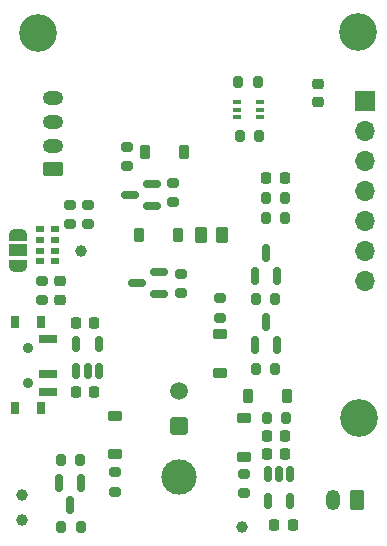
<source format=gbr>
%TF.GenerationSoftware,KiCad,Pcbnew,7.0.10-7.0.10~ubuntu22.04.1*%
%TF.CreationDate,2024-01-30T00:04:26+01:00*%
%TF.ProjectId,MailBox_LP_Notifier,4d61696c-426f-4785-9f4c-505f4e6f7469,rev?*%
%TF.SameCoordinates,Original*%
%TF.FileFunction,Soldermask,Top*%
%TF.FilePolarity,Negative*%
%FSLAX46Y46*%
G04 Gerber Fmt 4.6, Leading zero omitted, Abs format (unit mm)*
G04 Created by KiCad (PCBNEW 7.0.10-7.0.10~ubuntu22.04.1) date 2024-01-30 00:04:26*
%MOMM*%
%LPD*%
G01*
G04 APERTURE LIST*
G04 Aperture macros list*
%AMRoundRect*
0 Rectangle with rounded corners*
0 $1 Rounding radius*
0 $2 $3 $4 $5 $6 $7 $8 $9 X,Y pos of 4 corners*
0 Add a 4 corners polygon primitive as box body*
4,1,4,$2,$3,$4,$5,$6,$7,$8,$9,$2,$3,0*
0 Add four circle primitives for the rounded corners*
1,1,$1+$1,$2,$3*
1,1,$1+$1,$4,$5*
1,1,$1+$1,$6,$7*
1,1,$1+$1,$8,$9*
0 Add four rect primitives between the rounded corners*
20,1,$1+$1,$2,$3,$4,$5,0*
20,1,$1+$1,$4,$5,$6,$7,0*
20,1,$1+$1,$6,$7,$8,$9,0*
20,1,$1+$1,$8,$9,$2,$3,0*%
%AMFreePoly0*
4,1,19,0.550000,-0.750000,0.000000,-0.750000,0.000000,-0.744911,-0.071157,-0.744911,-0.207708,-0.704816,-0.327430,-0.627875,-0.420627,-0.520320,-0.479746,-0.390866,-0.500000,-0.250000,-0.500000,0.250000,-0.479746,0.390866,-0.420627,0.520320,-0.327430,0.627875,-0.207708,0.704816,-0.071157,0.744911,0.000000,0.744911,0.000000,0.750000,0.550000,0.750000,0.550000,-0.750000,0.550000,-0.750000,
$1*%
%AMFreePoly1*
4,1,19,0.000000,0.744911,0.071157,0.744911,0.207708,0.704816,0.327430,0.627875,0.420627,0.520320,0.479746,0.390866,0.500000,0.250000,0.500000,-0.250000,0.479746,-0.390866,0.420627,-0.520320,0.327430,-0.627875,0.207708,-0.704816,0.071157,-0.744911,0.000000,-0.744911,0.000000,-0.750000,-0.550000,-0.750000,-0.550000,0.750000,0.000000,0.750000,0.000000,0.744911,0.000000,0.744911,
$1*%
G04 Aperture macros list end*
%ADD10RoundRect,0.225000X0.375000X-0.225000X0.375000X0.225000X-0.375000X0.225000X-0.375000X-0.225000X0*%
%ADD11RoundRect,0.225000X0.225000X0.375000X-0.225000X0.375000X-0.225000X-0.375000X0.225000X-0.375000X0*%
%ADD12RoundRect,0.225000X-0.225000X-0.375000X0.225000X-0.375000X0.225000X0.375000X-0.225000X0.375000X0*%
%ADD13RoundRect,0.200000X-0.200000X-0.275000X0.200000X-0.275000X0.200000X0.275000X-0.200000X0.275000X0*%
%ADD14RoundRect,0.200000X-0.275000X0.200000X-0.275000X-0.200000X0.275000X-0.200000X0.275000X0.200000X0*%
%ADD15C,1.000000*%
%ADD16R,0.650000X0.400000*%
%ADD17RoundRect,0.225000X0.225000X0.250000X-0.225000X0.250000X-0.225000X-0.250000X0.225000X-0.250000X0*%
%ADD18RoundRect,0.225000X-0.250000X0.225000X-0.250000X-0.225000X0.250000X-0.225000X0.250000X0.225000X0*%
%ADD19RoundRect,0.150000X-0.150000X0.587500X-0.150000X-0.587500X0.150000X-0.587500X0.150000X0.587500X0*%
%ADD20RoundRect,0.200000X0.275000X-0.200000X0.275000X0.200000X-0.275000X0.200000X-0.275000X-0.200000X0*%
%ADD21RoundRect,0.200000X0.200000X0.275000X-0.200000X0.275000X-0.200000X-0.275000X0.200000X-0.275000X0*%
%ADD22RoundRect,0.150000X0.150000X-0.512500X0.150000X0.512500X-0.150000X0.512500X-0.150000X-0.512500X0*%
%ADD23RoundRect,0.250000X-0.262500X-0.450000X0.262500X-0.450000X0.262500X0.450000X-0.262500X0.450000X0*%
%ADD24R,0.800000X1.000000*%
%ADD25C,0.900000*%
%ADD26R,1.500000X0.700000*%
%ADD27FreePoly0,270.000000*%
%ADD28R,1.500000X1.000000*%
%ADD29FreePoly1,270.000000*%
%ADD30RoundRect,0.150000X0.150000X-0.587500X0.150000X0.587500X-0.150000X0.587500X-0.150000X-0.587500X0*%
%ADD31C,3.200000*%
%ADD32C,3.000000*%
%ADD33RoundRect,0.250001X0.499999X0.499999X-0.499999X0.499999X-0.499999X-0.499999X0.499999X-0.499999X0*%
%ADD34C,1.500000*%
%ADD35RoundRect,0.225000X-0.225000X-0.250000X0.225000X-0.250000X0.225000X0.250000X-0.225000X0.250000X0*%
%ADD36R,1.700000X1.700000*%
%ADD37O,1.700000X1.700000*%
%ADD38RoundRect,0.150000X-0.150000X0.512500X-0.150000X-0.512500X0.150000X-0.512500X0.150000X0.512500X0*%
%ADD39RoundRect,0.150000X0.587500X0.150000X-0.587500X0.150000X-0.587500X-0.150000X0.587500X-0.150000X0*%
%ADD40RoundRect,0.225000X0.250000X-0.225000X0.250000X0.225000X-0.250000X0.225000X-0.250000X-0.225000X0*%
%ADD41RoundRect,0.250000X0.625000X-0.350000X0.625000X0.350000X-0.625000X0.350000X-0.625000X-0.350000X0*%
%ADD42O,1.750000X1.200000*%
%ADD43RoundRect,0.250000X0.350000X0.625000X-0.350000X0.625000X-0.350000X-0.625000X0.350000X-0.625000X0*%
%ADD44O,1.200000X1.750000*%
%ADD45R,0.800000X0.500000*%
G04 APERTURE END LIST*
D10*
%TO.C,D2*%
X138226800Y-94512400D03*
X138226800Y-91212400D03*
%TD*%
D11*
%TO.C,D4*%
X133120400Y-68707000D03*
X129820400Y-68707000D03*
%TD*%
D12*
%TO.C,D6*%
X138558000Y-89306400D03*
X141858000Y-89306400D03*
%TD*%
D10*
%TO.C,D5*%
X136220200Y-87425800D03*
X136220200Y-84125800D03*
%TD*%
D11*
%TO.C,D7*%
X132663200Y-75717400D03*
X129363200Y-75717400D03*
%TD*%
D10*
%TO.C,D1*%
X127304800Y-94284800D03*
X127304800Y-90984800D03*
%TD*%
D13*
%TO.C,R17*%
X137757400Y-62788800D03*
X139407400Y-62788800D03*
%TD*%
D14*
%TO.C,R9*%
X128320800Y-68212200D03*
X128320800Y-69862200D03*
%TD*%
D15*
%TO.C,TP3*%
X138099800Y-100431600D03*
%TD*%
D16*
%TO.C,Q4*%
X137673800Y-64446600D03*
X137673800Y-65096600D03*
X137673800Y-65746600D03*
X139573800Y-65746600D03*
X139573800Y-65096600D03*
X139573800Y-64446600D03*
%TD*%
D17*
%TO.C,C1*%
X141719600Y-92760800D03*
X140169600Y-92760800D03*
%TD*%
D18*
%TO.C,C8*%
X122682000Y-79616000D03*
X122682000Y-81166000D03*
%TD*%
D13*
%TO.C,R19*%
X140068800Y-72593200D03*
X141718800Y-72593200D03*
%TD*%
D15*
%TO.C,TP2*%
X119456200Y-97739200D03*
%TD*%
D19*
%TO.C,Q1*%
X124444800Y-96725500D03*
X122544800Y-96725500D03*
X123494800Y-98600500D03*
%TD*%
D13*
%TO.C,R5*%
X140145000Y-91236800D03*
X141795000Y-91236800D03*
%TD*%
D20*
%TO.C,R20*%
X123494800Y-74789800D03*
X123494800Y-73139800D03*
%TD*%
D15*
%TO.C,TP1*%
X124409200Y-77089000D03*
%TD*%
D20*
%TO.C,R11*%
X132207000Y-72935600D03*
X132207000Y-71285600D03*
%TD*%
D21*
%TO.C,R16*%
X139509000Y-67360800D03*
X137859000Y-67360800D03*
%TD*%
D22*
%TO.C,U2*%
X124031000Y-87243500D03*
X124981000Y-87243500D03*
X125931000Y-87243500D03*
X125931000Y-84968500D03*
X124031000Y-84968500D03*
%TD*%
D23*
%TO.C,R13*%
X134571100Y-75717400D03*
X136396100Y-75717400D03*
%TD*%
D20*
%TO.C,R21*%
X125044200Y-74789800D03*
X125044200Y-73139800D03*
%TD*%
D24*
%TO.C,SW2*%
X121016000Y-83091000D03*
X118806000Y-83091000D03*
D25*
X119906000Y-85241000D03*
X119906000Y-88241000D03*
D24*
X121016000Y-90391000D03*
X118806000Y-90391000D03*
D26*
X121666000Y-84491000D03*
X121666000Y-87491000D03*
X121666000Y-88991000D03*
%TD*%
D27*
%TO.C,JP1*%
X119100600Y-75712800D03*
D28*
X119100600Y-77012800D03*
D29*
X119100600Y-78312800D03*
%TD*%
D20*
%TO.C,R4*%
X138252200Y-97573600D03*
X138252200Y-95923600D03*
%TD*%
D17*
%TO.C,C4*%
X125527400Y-83185000D03*
X123977400Y-83185000D03*
%TD*%
D30*
%TO.C,Q5*%
X139156400Y-84981500D03*
X141056400Y-84981500D03*
X140106400Y-83106500D03*
%TD*%
D31*
%TO.C,H3*%
X147955000Y-91186000D03*
%TD*%
D21*
%TO.C,R18*%
X141718800Y-74295000D03*
X140068800Y-74295000D03*
%TD*%
D32*
%TO.C,SW1*%
X132765800Y-96191800D03*
D33*
X132765800Y-91871800D03*
D34*
X132765800Y-88871800D03*
%TD*%
D17*
%TO.C,C7*%
X141668800Y-70891400D03*
X140118800Y-70891400D03*
%TD*%
%TO.C,C3*%
X142354600Y-100228400D03*
X140804600Y-100228400D03*
%TD*%
D35*
%TO.C,C6*%
X124002800Y-89001600D03*
X125552800Y-89001600D03*
%TD*%
D20*
%TO.C,R7*%
X132918200Y-80631800D03*
X132918200Y-78981800D03*
%TD*%
D14*
%TO.C,R22*%
X121132600Y-79566000D03*
X121132600Y-81216000D03*
%TD*%
D17*
%TO.C,C2*%
X141706600Y-94259400D03*
X140156600Y-94259400D03*
%TD*%
D36*
%TO.C,J2*%
X148437200Y-64332800D03*
D37*
X148437200Y-66872800D03*
X148437200Y-69412800D03*
X148437200Y-71952800D03*
X148437200Y-74492800D03*
X148437200Y-77032800D03*
X148437200Y-79572800D03*
%TD*%
D13*
%TO.C,R3*%
X122746000Y-100457000D03*
X124396000Y-100457000D03*
%TD*%
D15*
%TO.C,TP4*%
X119405400Y-99796600D03*
%TD*%
D20*
%TO.C,R2*%
X127279400Y-97446600D03*
X127279400Y-95796600D03*
%TD*%
D13*
%TO.C,R15*%
X139230600Y-81150700D03*
X140880600Y-81150700D03*
%TD*%
D20*
%TO.C,R10*%
X136169400Y-82714600D03*
X136169400Y-81064600D03*
%TD*%
D31*
%TO.C,H2*%
X147904200Y-58521600D03*
%TD*%
D38*
%TO.C,U1*%
X142148600Y-95966700D03*
X141198600Y-95966700D03*
X140248600Y-95966700D03*
X140248600Y-98241700D03*
X142148600Y-98241700D03*
%TD*%
D39*
%TO.C,Q2*%
X131036300Y-80731400D03*
X131036300Y-78831400D03*
X129161300Y-79781400D03*
%TD*%
D40*
%TO.C,C5*%
X144500600Y-64427400D03*
X144500600Y-62877400D03*
%TD*%
D13*
%TO.C,R1*%
X122720600Y-94792800D03*
X124370600Y-94792800D03*
%TD*%
D31*
%TO.C,H1*%
X120751600Y-58623200D03*
%TD*%
D30*
%TO.C,Q6*%
X139131000Y-79141800D03*
X141031000Y-79141800D03*
X140081000Y-77266800D03*
%TD*%
D39*
%TO.C,Q3*%
X130452100Y-73263800D03*
X130452100Y-71363800D03*
X128577100Y-72313800D03*
%TD*%
D21*
%TO.C,R14*%
X140880600Y-87020400D03*
X139230600Y-87020400D03*
%TD*%
D41*
%TO.C,J3*%
X122058600Y-70132200D03*
D42*
X122058600Y-68132200D03*
X122058600Y-66132200D03*
X122058600Y-64132200D03*
%TD*%
D43*
%TO.C,J1*%
X147761200Y-98129000D03*
D44*
X145761200Y-98129000D03*
%TD*%
D45*
%TO.C,U4*%
X120993200Y-75227200D03*
X120993200Y-76127200D03*
X120993200Y-77027200D03*
X120993200Y-77927200D03*
X122193200Y-77927200D03*
X122193200Y-77027200D03*
X122193200Y-76127200D03*
X122193200Y-75227200D03*
%TD*%
M02*

</source>
